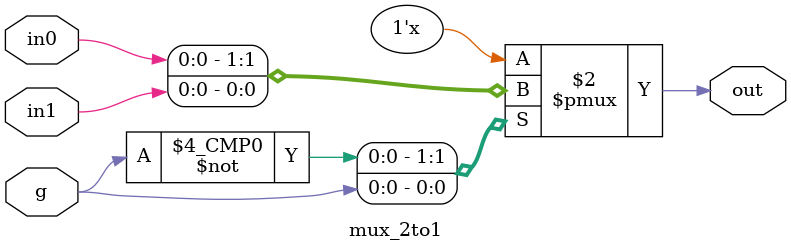
<source format=sv>
`timescale 1ns / 1ps

module mux_2to1 (
    input logic in0, in1,
    input logic g,
    output logic out
    );
    
    always_comb begin
        case(g)
            1'b0: out = in0;
            1'b1: out = in1;
        endcase    
    end    
    
endmodule
</source>
